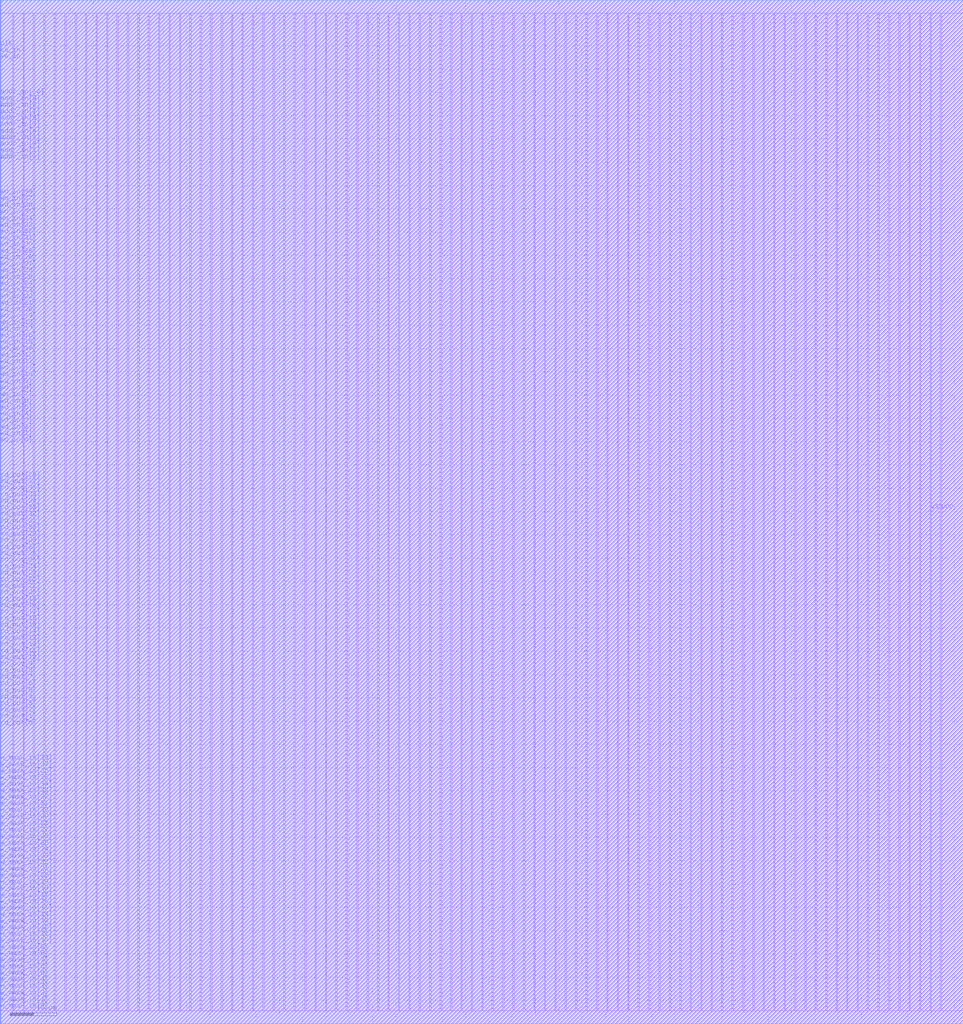
<source format=lef>
VERSION 5.7 ;
BUSBITCHARS "[]" ;
MACRO fakeram45_2048x39_upper
  FOREIGN fakeram45_2048x39_upper 0 0 ;
  SYMMETRY X Y R90 ;
  SIZE 206.910 BY 219.800 ;
  CLASS BLOCK ;
  PIN w_mask_in[0]
    DIRECTION INPUT ;
    USE SIGNAL ;
    SHAPE ABUTMENT ;
    PORT
      LAYER metal18 ;
      RECT 0.000 2.800 0.070 2.870 ;
    END
  END w_mask_in[0]
  PIN w_mask_in[1]
    DIRECTION INPUT ;
    USE SIGNAL ;
    SHAPE ABUTMENT ;
    PORT
      LAYER metal18 ;
      RECT 0.000 4.200 0.070 4.270 ;
    END
  END w_mask_in[1]
  PIN w_mask_in[2]
    DIRECTION INPUT ;
    USE SIGNAL ;
    SHAPE ABUTMENT ;
    PORT
      LAYER metal18 ;
      RECT 0.000 5.600 0.070 5.670 ;
    END
  END w_mask_in[2]
  PIN w_mask_in[3]
    DIRECTION INPUT ;
    USE SIGNAL ;
    SHAPE ABUTMENT ;
    PORT
      LAYER metal18 ;
      RECT 0.000 7.000 0.070 7.070 ;
    END
  END w_mask_in[3]
  PIN w_mask_in[4]
    DIRECTION INPUT ;
    USE SIGNAL ;
    SHAPE ABUTMENT ;
    PORT
      LAYER metal18 ;
      RECT 0.000 8.400 0.070 8.470 ;
    END
  END w_mask_in[4]
  PIN w_mask_in[5]
    DIRECTION INPUT ;
    USE SIGNAL ;
    SHAPE ABUTMENT ;
    PORT
      LAYER metal18 ;
      RECT 0.000 9.800 0.070 9.870 ;
    END
  END w_mask_in[5]
  PIN w_mask_in[6]
    DIRECTION INPUT ;
    USE SIGNAL ;
    SHAPE ABUTMENT ;
    PORT
      LAYER metal18 ;
      RECT 0.000 11.200 0.070 11.270 ;
    END
  END w_mask_in[6]
  PIN w_mask_in[7]
    DIRECTION INPUT ;
    USE SIGNAL ;
    SHAPE ABUTMENT ;
    PORT
      LAYER metal18 ;
      RECT 0.000 12.600 0.070 12.670 ;
    END
  END w_mask_in[7]
  PIN w_mask_in[8]
    DIRECTION INPUT ;
    USE SIGNAL ;
    SHAPE ABUTMENT ;
    PORT
      LAYER metal18 ;
      RECT 0.000 14.000 0.070 14.070 ;
    END
  END w_mask_in[8]
  PIN w_mask_in[9]
    DIRECTION INPUT ;
    USE SIGNAL ;
    SHAPE ABUTMENT ;
    PORT
      LAYER metal18 ;
      RECT 0.000 15.400 0.070 15.470 ;
    END
  END w_mask_in[9]
  PIN w_mask_in[10]
    DIRECTION INPUT ;
    USE SIGNAL ;
    SHAPE ABUTMENT ;
    PORT
      LAYER metal18 ;
      RECT 0.000 16.800 0.070 16.870 ;
    END
  END w_mask_in[10]
  PIN w_mask_in[11]
    DIRECTION INPUT ;
    USE SIGNAL ;
    SHAPE ABUTMENT ;
    PORT
      LAYER metal18 ;
      RECT 0.000 18.200 0.070 18.270 ;
    END
  END w_mask_in[11]
  PIN w_mask_in[12]
    DIRECTION INPUT ;
    USE SIGNAL ;
    SHAPE ABUTMENT ;
    PORT
      LAYER metal18 ;
      RECT 0.000 19.600 0.070 19.670 ;
    END
  END w_mask_in[12]
  PIN w_mask_in[13]
    DIRECTION INPUT ;
    USE SIGNAL ;
    SHAPE ABUTMENT ;
    PORT
      LAYER metal18 ;
      RECT 0.000 21.000 0.070 21.070 ;
    END
  END w_mask_in[13]
  PIN w_mask_in[14]
    DIRECTION INPUT ;
    USE SIGNAL ;
    SHAPE ABUTMENT ;
    PORT
      LAYER metal18 ;
      RECT 0.000 22.400 0.070 22.470 ;
    END
  END w_mask_in[14]
  PIN w_mask_in[15]
    DIRECTION INPUT ;
    USE SIGNAL ;
    SHAPE ABUTMENT ;
    PORT
      LAYER metal18 ;
      RECT 0.000 23.800 0.070 23.870 ;
    END
  END w_mask_in[15]
  PIN w_mask_in[16]
    DIRECTION INPUT ;
    USE SIGNAL ;
    SHAPE ABUTMENT ;
    PORT
      LAYER metal18 ;
      RECT 0.000 25.200 0.070 25.270 ;
    END
  END w_mask_in[16]
  PIN w_mask_in[17]
    DIRECTION INPUT ;
    USE SIGNAL ;
    SHAPE ABUTMENT ;
    PORT
      LAYER metal18 ;
      RECT 0.000 26.600 0.070 26.670 ;
    END
  END w_mask_in[17]
  PIN w_mask_in[18]
    DIRECTION INPUT ;
    USE SIGNAL ;
    SHAPE ABUTMENT ;
    PORT
      LAYER metal18 ;
      RECT 0.000 28.000 0.070 28.070 ;
    END
  END w_mask_in[18]
  PIN w_mask_in[19]
    DIRECTION INPUT ;
    USE SIGNAL ;
    SHAPE ABUTMENT ;
    PORT
      LAYER metal18 ;
      RECT 0.000 29.400 0.070 29.470 ;
    END
  END w_mask_in[19]
  PIN w_mask_in[20]
    DIRECTION INPUT ;
    USE SIGNAL ;
    SHAPE ABUTMENT ;
    PORT
      LAYER metal18 ;
      RECT 0.000 30.800 0.070 30.870 ;
    END
  END w_mask_in[20]
  PIN w_mask_in[21]
    DIRECTION INPUT ;
    USE SIGNAL ;
    SHAPE ABUTMENT ;
    PORT
      LAYER metal18 ;
      RECT 0.000 32.200 0.070 32.270 ;
    END
  END w_mask_in[21]
  PIN w_mask_in[22]
    DIRECTION INPUT ;
    USE SIGNAL ;
    SHAPE ABUTMENT ;
    PORT
      LAYER metal18 ;
      RECT 0.000 33.600 0.070 33.670 ;
    END
  END w_mask_in[22]
  PIN w_mask_in[23]
    DIRECTION INPUT ;
    USE SIGNAL ;
    SHAPE ABUTMENT ;
    PORT
      LAYER metal18 ;
      RECT 0.000 35.000 0.070 35.070 ;
    END
  END w_mask_in[23]
  PIN w_mask_in[24]
    DIRECTION INPUT ;
    USE SIGNAL ;
    SHAPE ABUTMENT ;
    PORT
      LAYER metal18 ;
      RECT 0.000 36.400 0.070 36.470 ;
    END
  END w_mask_in[24]
  PIN w_mask_in[25]
    DIRECTION INPUT ;
    USE SIGNAL ;
    SHAPE ABUTMENT ;
    PORT
      LAYER metal18 ;
      RECT 0.000 37.800 0.070 37.870 ;
    END
  END w_mask_in[25]
  PIN w_mask_in[26]
    DIRECTION INPUT ;
    USE SIGNAL ;
    SHAPE ABUTMENT ;
    PORT
      LAYER metal18 ;
      RECT 0.000 39.200 0.070 39.270 ;
    END
  END w_mask_in[26]
  PIN w_mask_in[27]
    DIRECTION INPUT ;
    USE SIGNAL ;
    SHAPE ABUTMENT ;
    PORT
      LAYER metal18 ;
      RECT 0.000 40.600 0.070 40.670 ;
    END
  END w_mask_in[27]
  PIN w_mask_in[28]
    DIRECTION INPUT ;
    USE SIGNAL ;
    SHAPE ABUTMENT ;
    PORT
      LAYER metal18 ;
      RECT 0.000 42.000 0.070 42.070 ;
    END
  END w_mask_in[28]
  PIN w_mask_in[29]
    DIRECTION INPUT ;
    USE SIGNAL ;
    SHAPE ABUTMENT ;
    PORT
      LAYER metal18 ;
      RECT 0.000 43.400 0.070 43.470 ;
    END
  END w_mask_in[29]
  PIN w_mask_in[30]
    DIRECTION INPUT ;
    USE SIGNAL ;
    SHAPE ABUTMENT ;
    PORT
      LAYER metal18 ;
      RECT 0.000 44.800 0.070 44.870 ;
    END
  END w_mask_in[30]
  PIN w_mask_in[31]
    DIRECTION INPUT ;
    USE SIGNAL ;
    SHAPE ABUTMENT ;
    PORT
      LAYER metal18 ;
      RECT 0.000 46.200 0.070 46.270 ;
    END
  END w_mask_in[31]
  PIN w_mask_in[32]
    DIRECTION INPUT ;
    USE SIGNAL ;
    SHAPE ABUTMENT ;
    PORT
      LAYER metal18 ;
      RECT 0.000 47.600 0.070 47.670 ;
    END
  END w_mask_in[32]
  PIN w_mask_in[33]
    DIRECTION INPUT ;
    USE SIGNAL ;
    SHAPE ABUTMENT ;
    PORT
      LAYER metal18 ;
      RECT 0.000 49.000 0.070 49.070 ;
    END
  END w_mask_in[33]
  PIN w_mask_in[34]
    DIRECTION INPUT ;
    USE SIGNAL ;
    SHAPE ABUTMENT ;
    PORT
      LAYER metal18 ;
      RECT 0.000 50.400 0.070 50.470 ;
    END
  END w_mask_in[34]
  PIN w_mask_in[35]
    DIRECTION INPUT ;
    USE SIGNAL ;
    SHAPE ABUTMENT ;
    PORT
      LAYER metal18 ;
      RECT 0.000 51.800 0.070 51.870 ;
    END
  END w_mask_in[35]
  PIN w_mask_in[36]
    DIRECTION INPUT ;
    USE SIGNAL ;
    SHAPE ABUTMENT ;
    PORT
      LAYER metal18 ;
      RECT 0.000 53.200 0.070 53.270 ;
    END
  END w_mask_in[36]
  PIN w_mask_in[37]
    DIRECTION INPUT ;
    USE SIGNAL ;
    SHAPE ABUTMENT ;
    PORT
      LAYER metal18 ;
      RECT 0.000 54.600 0.070 54.670 ;
    END
  END w_mask_in[37]
  PIN w_mask_in[38]
    DIRECTION INPUT ;
    USE SIGNAL ;
    SHAPE ABUTMENT ;
    PORT
      LAYER metal18 ;
      RECT 0.000 56.000 0.070 56.070 ;
    END
  END w_mask_in[38]
  PIN rd_out[0]
    DIRECTION OUTPUT ;
    USE SIGNAL ;
    SHAPE ABUTMENT ;
    PORT
      LAYER metal18 ;
      RECT 0.000 63.560 0.070 63.630 ;
    END
  END rd_out[0]
  PIN rd_out[1]
    DIRECTION OUTPUT ;
    USE SIGNAL ;
    SHAPE ABUTMENT ;
    PORT
      LAYER metal18 ;
      RECT 0.000 64.960 0.070 65.030 ;
    END
  END rd_out[1]
  PIN rd_out[2]
    DIRECTION OUTPUT ;
    USE SIGNAL ;
    SHAPE ABUTMENT ;
    PORT
      LAYER metal18 ;
      RECT 0.000 66.360 0.070 66.430 ;
    END
  END rd_out[2]
  PIN rd_out[3]
    DIRECTION OUTPUT ;
    USE SIGNAL ;
    SHAPE ABUTMENT ;
    PORT
      LAYER metal18 ;
      RECT 0.000 67.760 0.070 67.830 ;
    END
  END rd_out[3]
  PIN rd_out[4]
    DIRECTION OUTPUT ;
    USE SIGNAL ;
    SHAPE ABUTMENT ;
    PORT
      LAYER metal18 ;
      RECT 0.000 69.160 0.070 69.230 ;
    END
  END rd_out[4]
  PIN rd_out[5]
    DIRECTION OUTPUT ;
    USE SIGNAL ;
    SHAPE ABUTMENT ;
    PORT
      LAYER metal18 ;
      RECT 0.000 70.560 0.070 70.630 ;
    END
  END rd_out[5]
  PIN rd_out[6]
    DIRECTION OUTPUT ;
    USE SIGNAL ;
    SHAPE ABUTMENT ;
    PORT
      LAYER metal18 ;
      RECT 0.000 71.960 0.070 72.030 ;
    END
  END rd_out[6]
  PIN rd_out[7]
    DIRECTION OUTPUT ;
    USE SIGNAL ;
    SHAPE ABUTMENT ;
    PORT
      LAYER metal18 ;
      RECT 0.000 73.360 0.070 73.430 ;
    END
  END rd_out[7]
  PIN rd_out[8]
    DIRECTION OUTPUT ;
    USE SIGNAL ;
    SHAPE ABUTMENT ;
    PORT
      LAYER metal18 ;
      RECT 0.000 74.760 0.070 74.830 ;
    END
  END rd_out[8]
  PIN rd_out[9]
    DIRECTION OUTPUT ;
    USE SIGNAL ;
    SHAPE ABUTMENT ;
    PORT
      LAYER metal18 ;
      RECT 0.000 76.160 0.070 76.230 ;
    END
  END rd_out[9]
  PIN rd_out[10]
    DIRECTION OUTPUT ;
    USE SIGNAL ;
    SHAPE ABUTMENT ;
    PORT
      LAYER metal18 ;
      RECT 0.000 77.560 0.070 77.630 ;
    END
  END rd_out[10]
  PIN rd_out[11]
    DIRECTION OUTPUT ;
    USE SIGNAL ;
    SHAPE ABUTMENT ;
    PORT
      LAYER metal18 ;
      RECT 0.000 78.960 0.070 79.030 ;
    END
  END rd_out[11]
  PIN rd_out[12]
    DIRECTION OUTPUT ;
    USE SIGNAL ;
    SHAPE ABUTMENT ;
    PORT
      LAYER metal18 ;
      RECT 0.000 80.360 0.070 80.430 ;
    END
  END rd_out[12]
  PIN rd_out[13]
    DIRECTION OUTPUT ;
    USE SIGNAL ;
    SHAPE ABUTMENT ;
    PORT
      LAYER metal18 ;
      RECT 0.000 81.760 0.070 81.830 ;
    END
  END rd_out[13]
  PIN rd_out[14]
    DIRECTION OUTPUT ;
    USE SIGNAL ;
    SHAPE ABUTMENT ;
    PORT
      LAYER metal18 ;
      RECT 0.000 83.160 0.070 83.230 ;
    END
  END rd_out[14]
  PIN rd_out[15]
    DIRECTION OUTPUT ;
    USE SIGNAL ;
    SHAPE ABUTMENT ;
    PORT
      LAYER metal18 ;
      RECT 0.000 84.560 0.070 84.630 ;
    END
  END rd_out[15]
  PIN rd_out[16]
    DIRECTION OUTPUT ;
    USE SIGNAL ;
    SHAPE ABUTMENT ;
    PORT
      LAYER metal18 ;
      RECT 0.000 85.960 0.070 86.030 ;
    END
  END rd_out[16]
  PIN rd_out[17]
    DIRECTION OUTPUT ;
    USE SIGNAL ;
    SHAPE ABUTMENT ;
    PORT
      LAYER metal18 ;
      RECT 0.000 87.360 0.070 87.430 ;
    END
  END rd_out[17]
  PIN rd_out[18]
    DIRECTION OUTPUT ;
    USE SIGNAL ;
    SHAPE ABUTMENT ;
    PORT
      LAYER metal18 ;
      RECT 0.000 88.760 0.070 88.830 ;
    END
  END rd_out[18]
  PIN rd_out[19]
    DIRECTION OUTPUT ;
    USE SIGNAL ;
    SHAPE ABUTMENT ;
    PORT
      LAYER metal18 ;
      RECT 0.000 90.160 0.070 90.230 ;
    END
  END rd_out[19]
  PIN rd_out[20]
    DIRECTION OUTPUT ;
    USE SIGNAL ;
    SHAPE ABUTMENT ;
    PORT
      LAYER metal18 ;
      RECT 0.000 91.560 0.070 91.630 ;
    END
  END rd_out[20]
  PIN rd_out[21]
    DIRECTION OUTPUT ;
    USE SIGNAL ;
    SHAPE ABUTMENT ;
    PORT
      LAYER metal18 ;
      RECT 0.000 92.960 0.070 93.030 ;
    END
  END rd_out[21]
  PIN rd_out[22]
    DIRECTION OUTPUT ;
    USE SIGNAL ;
    SHAPE ABUTMENT ;
    PORT
      LAYER metal18 ;
      RECT 0.000 94.360 0.070 94.430 ;
    END
  END rd_out[22]
  PIN rd_out[23]
    DIRECTION OUTPUT ;
    USE SIGNAL ;
    SHAPE ABUTMENT ;
    PORT
      LAYER metal18 ;
      RECT 0.000 95.760 0.070 95.830 ;
    END
  END rd_out[23]
  PIN rd_out[24]
    DIRECTION OUTPUT ;
    USE SIGNAL ;
    SHAPE ABUTMENT ;
    PORT
      LAYER metal18 ;
      RECT 0.000 97.160 0.070 97.230 ;
    END
  END rd_out[24]
  PIN rd_out[25]
    DIRECTION OUTPUT ;
    USE SIGNAL ;
    SHAPE ABUTMENT ;
    PORT
      LAYER metal18 ;
      RECT 0.000 98.560 0.070 98.630 ;
    END
  END rd_out[25]
  PIN rd_out[26]
    DIRECTION OUTPUT ;
    USE SIGNAL ;
    SHAPE ABUTMENT ;
    PORT
      LAYER metal18 ;
      RECT 0.000 99.960 0.070 100.030 ;
    END
  END rd_out[26]
  PIN rd_out[27]
    DIRECTION OUTPUT ;
    USE SIGNAL ;
    SHAPE ABUTMENT ;
    PORT
      LAYER metal18 ;
      RECT 0.000 101.360 0.070 101.430 ;
    END
  END rd_out[27]
  PIN rd_out[28]
    DIRECTION OUTPUT ;
    USE SIGNAL ;
    SHAPE ABUTMENT ;
    PORT
      LAYER metal18 ;
      RECT 0.000 102.760 0.070 102.830 ;
    END
  END rd_out[28]
  PIN rd_out[29]
    DIRECTION OUTPUT ;
    USE SIGNAL ;
    SHAPE ABUTMENT ;
    PORT
      LAYER metal18 ;
      RECT 0.000 104.160 0.070 104.230 ;
    END
  END rd_out[29]
  PIN rd_out[30]
    DIRECTION OUTPUT ;
    USE SIGNAL ;
    SHAPE ABUTMENT ;
    PORT
      LAYER metal18 ;
      RECT 0.000 105.560 0.070 105.630 ;
    END
  END rd_out[30]
  PIN rd_out[31]
    DIRECTION OUTPUT ;
    USE SIGNAL ;
    SHAPE ABUTMENT ;
    PORT
      LAYER metal18 ;
      RECT 0.000 106.960 0.070 107.030 ;
    END
  END rd_out[31]
  PIN rd_out[32]
    DIRECTION OUTPUT ;
    USE SIGNAL ;
    SHAPE ABUTMENT ;
    PORT
      LAYER metal18 ;
      RECT 0.000 108.360 0.070 108.430 ;
    END
  END rd_out[32]
  PIN rd_out[33]
    DIRECTION OUTPUT ;
    USE SIGNAL ;
    SHAPE ABUTMENT ;
    PORT
      LAYER metal18 ;
      RECT 0.000 109.760 0.070 109.830 ;
    END
  END rd_out[33]
  PIN rd_out[34]
    DIRECTION OUTPUT ;
    USE SIGNAL ;
    SHAPE ABUTMENT ;
    PORT
      LAYER metal18 ;
      RECT 0.000 111.160 0.070 111.230 ;
    END
  END rd_out[34]
  PIN rd_out[35]
    DIRECTION OUTPUT ;
    USE SIGNAL ;
    SHAPE ABUTMENT ;
    PORT
      LAYER metal18 ;
      RECT 0.000 112.560 0.070 112.630 ;
    END
  END rd_out[35]
  PIN rd_out[36]
    DIRECTION OUTPUT ;
    USE SIGNAL ;
    SHAPE ABUTMENT ;
    PORT
      LAYER metal18 ;
      RECT 0.000 113.960 0.070 114.030 ;
    END
  END rd_out[36]
  PIN rd_out[37]
    DIRECTION OUTPUT ;
    USE SIGNAL ;
    SHAPE ABUTMENT ;
    PORT
      LAYER metal18 ;
      RECT 0.000 115.360 0.070 115.430 ;
    END
  END rd_out[37]
  PIN rd_out[38]
    DIRECTION OUTPUT ;
    USE SIGNAL ;
    SHAPE ABUTMENT ;
    PORT
      LAYER metal18 ;
      RECT 0.000 116.760 0.070 116.830 ;
    END
  END rd_out[38]
  PIN wd_in[0]
    DIRECTION INPUT ;
    USE SIGNAL ;
    SHAPE ABUTMENT ;
    PORT
      LAYER metal18 ;
      RECT 0.000 124.320 0.070 124.390 ;
    END
  END wd_in[0]
  PIN wd_in[1]
    DIRECTION INPUT ;
    USE SIGNAL ;
    SHAPE ABUTMENT ;
    PORT
      LAYER metal18 ;
      RECT 0.000 125.720 0.070 125.790 ;
    END
  END wd_in[1]
  PIN wd_in[2]
    DIRECTION INPUT ;
    USE SIGNAL ;
    SHAPE ABUTMENT ;
    PORT
      LAYER metal18 ;
      RECT 0.000 127.120 0.070 127.190 ;
    END
  END wd_in[2]
  PIN wd_in[3]
    DIRECTION INPUT ;
    USE SIGNAL ;
    SHAPE ABUTMENT ;
    PORT
      LAYER metal18 ;
      RECT 0.000 128.520 0.070 128.590 ;
    END
  END wd_in[3]
  PIN wd_in[4]
    DIRECTION INPUT ;
    USE SIGNAL ;
    SHAPE ABUTMENT ;
    PORT
      LAYER metal18 ;
      RECT 0.000 129.920 0.070 129.990 ;
    END
  END wd_in[4]
  PIN wd_in[5]
    DIRECTION INPUT ;
    USE SIGNAL ;
    SHAPE ABUTMENT ;
    PORT
      LAYER metal18 ;
      RECT 0.000 131.320 0.070 131.390 ;
    END
  END wd_in[5]
  PIN wd_in[6]
    DIRECTION INPUT ;
    USE SIGNAL ;
    SHAPE ABUTMENT ;
    PORT
      LAYER metal18 ;
      RECT 0.000 132.720 0.070 132.790 ;
    END
  END wd_in[6]
  PIN wd_in[7]
    DIRECTION INPUT ;
    USE SIGNAL ;
    SHAPE ABUTMENT ;
    PORT
      LAYER metal18 ;
      RECT 0.000 134.120 0.070 134.190 ;
    END
  END wd_in[7]
  PIN wd_in[8]
    DIRECTION INPUT ;
    USE SIGNAL ;
    SHAPE ABUTMENT ;
    PORT
      LAYER metal18 ;
      RECT 0.000 135.520 0.070 135.590 ;
    END
  END wd_in[8]
  PIN wd_in[9]
    DIRECTION INPUT ;
    USE SIGNAL ;
    SHAPE ABUTMENT ;
    PORT
      LAYER metal18 ;
      RECT 0.000 136.920 0.070 136.990 ;
    END
  END wd_in[9]
  PIN wd_in[10]
    DIRECTION INPUT ;
    USE SIGNAL ;
    SHAPE ABUTMENT ;
    PORT
      LAYER metal18 ;
      RECT 0.000 138.320 0.070 138.390 ;
    END
  END wd_in[10]
  PIN wd_in[11]
    DIRECTION INPUT ;
    USE SIGNAL ;
    SHAPE ABUTMENT ;
    PORT
      LAYER metal18 ;
      RECT 0.000 139.720 0.070 139.790 ;
    END
  END wd_in[11]
  PIN wd_in[12]
    DIRECTION INPUT ;
    USE SIGNAL ;
    SHAPE ABUTMENT ;
    PORT
      LAYER metal18 ;
      RECT 0.000 141.120 0.070 141.190 ;
    END
  END wd_in[12]
  PIN wd_in[13]
    DIRECTION INPUT ;
    USE SIGNAL ;
    SHAPE ABUTMENT ;
    PORT
      LAYER metal18 ;
      RECT 0.000 142.520 0.070 142.590 ;
    END
  END wd_in[13]
  PIN wd_in[14]
    DIRECTION INPUT ;
    USE SIGNAL ;
    SHAPE ABUTMENT ;
    PORT
      LAYER metal18 ;
      RECT 0.000 143.920 0.070 143.990 ;
    END
  END wd_in[14]
  PIN wd_in[15]
    DIRECTION INPUT ;
    USE SIGNAL ;
    SHAPE ABUTMENT ;
    PORT
      LAYER metal18 ;
      RECT 0.000 145.320 0.070 145.390 ;
    END
  END wd_in[15]
  PIN wd_in[16]
    DIRECTION INPUT ;
    USE SIGNAL ;
    SHAPE ABUTMENT ;
    PORT
      LAYER metal18 ;
      RECT 0.000 146.720 0.070 146.790 ;
    END
  END wd_in[16]
  PIN wd_in[17]
    DIRECTION INPUT ;
    USE SIGNAL ;
    SHAPE ABUTMENT ;
    PORT
      LAYER metal18 ;
      RECT 0.000 148.120 0.070 148.190 ;
    END
  END wd_in[17]
  PIN wd_in[18]
    DIRECTION INPUT ;
    USE SIGNAL ;
    SHAPE ABUTMENT ;
    PORT
      LAYER metal18 ;
      RECT 0.000 149.520 0.070 149.590 ;
    END
  END wd_in[18]
  PIN wd_in[19]
    DIRECTION INPUT ;
    USE SIGNAL ;
    SHAPE ABUTMENT ;
    PORT
      LAYER metal18 ;
      RECT 0.000 150.920 0.070 150.990 ;
    END
  END wd_in[19]
  PIN wd_in[20]
    DIRECTION INPUT ;
    USE SIGNAL ;
    SHAPE ABUTMENT ;
    PORT
      LAYER metal18 ;
      RECT 0.000 152.320 0.070 152.390 ;
    END
  END wd_in[20]
  PIN wd_in[21]
    DIRECTION INPUT ;
    USE SIGNAL ;
    SHAPE ABUTMENT ;
    PORT
      LAYER metal18 ;
      RECT 0.000 153.720 0.070 153.790 ;
    END
  END wd_in[21]
  PIN wd_in[22]
    DIRECTION INPUT ;
    USE SIGNAL ;
    SHAPE ABUTMENT ;
    PORT
      LAYER metal18 ;
      RECT 0.000 155.120 0.070 155.190 ;
    END
  END wd_in[22]
  PIN wd_in[23]
    DIRECTION INPUT ;
    USE SIGNAL ;
    SHAPE ABUTMENT ;
    PORT
      LAYER metal18 ;
      RECT 0.000 156.520 0.070 156.590 ;
    END
  END wd_in[23]
  PIN wd_in[24]
    DIRECTION INPUT ;
    USE SIGNAL ;
    SHAPE ABUTMENT ;
    PORT
      LAYER metal18 ;
      RECT 0.000 157.920 0.070 157.990 ;
    END
  END wd_in[24]
  PIN wd_in[25]
    DIRECTION INPUT ;
    USE SIGNAL ;
    SHAPE ABUTMENT ;
    PORT
      LAYER metal18 ;
      RECT 0.000 159.320 0.070 159.390 ;
    END
  END wd_in[25]
  PIN wd_in[26]
    DIRECTION INPUT ;
    USE SIGNAL ;
    SHAPE ABUTMENT ;
    PORT
      LAYER metal18 ;
      RECT 0.000 160.720 0.070 160.790 ;
    END
  END wd_in[26]
  PIN wd_in[27]
    DIRECTION INPUT ;
    USE SIGNAL ;
    SHAPE ABUTMENT ;
    PORT
      LAYER metal18 ;
      RECT 0.000 162.120 0.070 162.190 ;
    END
  END wd_in[27]
  PIN wd_in[28]
    DIRECTION INPUT ;
    USE SIGNAL ;
    SHAPE ABUTMENT ;
    PORT
      LAYER metal18 ;
      RECT 0.000 163.520 0.070 163.590 ;
    END
  END wd_in[28]
  PIN wd_in[29]
    DIRECTION INPUT ;
    USE SIGNAL ;
    SHAPE ABUTMENT ;
    PORT
      LAYER metal18 ;
      RECT 0.000 164.920 0.070 164.990 ;
    END
  END wd_in[29]
  PIN wd_in[30]
    DIRECTION INPUT ;
    USE SIGNAL ;
    SHAPE ABUTMENT ;
    PORT
      LAYER metal18 ;
      RECT 0.000 166.320 0.070 166.390 ;
    END
  END wd_in[30]
  PIN wd_in[31]
    DIRECTION INPUT ;
    USE SIGNAL ;
    SHAPE ABUTMENT ;
    PORT
      LAYER metal18 ;
      RECT 0.000 167.720 0.070 167.790 ;
    END
  END wd_in[31]
  PIN wd_in[32]
    DIRECTION INPUT ;
    USE SIGNAL ;
    SHAPE ABUTMENT ;
    PORT
      LAYER metal18 ;
      RECT 0.000 169.120 0.070 169.190 ;
    END
  END wd_in[32]
  PIN wd_in[33]
    DIRECTION INPUT ;
    USE SIGNAL ;
    SHAPE ABUTMENT ;
    PORT
      LAYER metal18 ;
      RECT 0.000 170.520 0.070 170.590 ;
    END
  END wd_in[33]
  PIN wd_in[34]
    DIRECTION INPUT ;
    USE SIGNAL ;
    SHAPE ABUTMENT ;
    PORT
      LAYER metal18 ;
      RECT 0.000 171.920 0.070 171.990 ;
    END
  END wd_in[34]
  PIN wd_in[35]
    DIRECTION INPUT ;
    USE SIGNAL ;
    SHAPE ABUTMENT ;
    PORT
      LAYER metal18 ;
      RECT 0.000 173.320 0.070 173.390 ;
    END
  END wd_in[35]
  PIN wd_in[36]
    DIRECTION INPUT ;
    USE SIGNAL ;
    SHAPE ABUTMENT ;
    PORT
      LAYER metal18 ;
      RECT 0.000 174.720 0.070 174.790 ;
    END
  END wd_in[36]
  PIN wd_in[37]
    DIRECTION INPUT ;
    USE SIGNAL ;
    SHAPE ABUTMENT ;
    PORT
      LAYER metal18 ;
      RECT 0.000 176.120 0.070 176.190 ;
    END
  END wd_in[37]
  PIN wd_in[38]
    DIRECTION INPUT ;
    USE SIGNAL ;
    SHAPE ABUTMENT ;
    PORT
      LAYER metal18 ;
      RECT 0.000 177.520 0.070 177.590 ;
    END
  END wd_in[38]
  PIN addr_in[0]
    DIRECTION INPUT ;
    USE SIGNAL ;
    SHAPE ABUTMENT ;
    PORT
      LAYER metal18 ;
      RECT 0.000 185.080 0.070 185.150 ;
    END
  END addr_in[0]
  PIN addr_in[1]
    DIRECTION INPUT ;
    USE SIGNAL ;
    SHAPE ABUTMENT ;
    PORT
      LAYER metal18 ;
      RECT 0.000 186.480 0.070 186.550 ;
    END
  END addr_in[1]
  PIN addr_in[2]
    DIRECTION INPUT ;
    USE SIGNAL ;
    SHAPE ABUTMENT ;
    PORT
      LAYER metal18 ;
      RECT 0.000 187.880 0.070 187.950 ;
    END
  END addr_in[2]
  PIN addr_in[3]
    DIRECTION INPUT ;
    USE SIGNAL ;
    SHAPE ABUTMENT ;
    PORT
      LAYER metal18 ;
      RECT 0.000 189.280 0.070 189.350 ;
    END
  END addr_in[3]
  PIN addr_in[4]
    DIRECTION INPUT ;
    USE SIGNAL ;
    SHAPE ABUTMENT ;
    PORT
      LAYER metal18 ;
      RECT 0.000 190.680 0.070 190.750 ;
    END
  END addr_in[4]
  PIN addr_in[5]
    DIRECTION INPUT ;
    USE SIGNAL ;
    SHAPE ABUTMENT ;
    PORT
      LAYER metal18 ;
      RECT 0.000 192.080 0.070 192.150 ;
    END
  END addr_in[5]
  PIN addr_in[6]
    DIRECTION INPUT ;
    USE SIGNAL ;
    SHAPE ABUTMENT ;
    PORT
      LAYER metal18 ;
      RECT 0.000 193.480 0.070 193.550 ;
    END
  END addr_in[6]
  PIN addr_in[7]
    DIRECTION INPUT ;
    USE SIGNAL ;
    SHAPE ABUTMENT ;
    PORT
      LAYER metal18 ;
      RECT 0.000 194.880 0.070 194.950 ;
    END
  END addr_in[7]
  PIN addr_in[8]
    DIRECTION INPUT ;
    USE SIGNAL ;
    SHAPE ABUTMENT ;
    PORT
      LAYER metal18 ;
      RECT 0.000 196.280 0.070 196.350 ;
    END
  END addr_in[8]
  PIN addr_in[9]
    DIRECTION INPUT ;
    USE SIGNAL ;
    SHAPE ABUTMENT ;
    PORT
      LAYER metal18 ;
      RECT 0.000 197.680 0.070 197.750 ;
    END
  END addr_in[9]
  PIN addr_in[10]
    DIRECTION INPUT ;
    USE SIGNAL ;
    SHAPE ABUTMENT ;
    PORT
      LAYER metal18 ;
      RECT 0.000 199.080 0.070 199.150 ;
    END
  END addr_in[10]
  PIN we_in
    DIRECTION INPUT ;
    USE SIGNAL ;
    SHAPE ABUTMENT ;
    PORT
      LAYER metal18 ;
      RECT 0.000 206.640 0.070 206.710 ;
    END
  END we_in
  PIN ce_in
    DIRECTION INPUT ;
    USE SIGNAL ;
    SHAPE ABUTMENT ;
    PORT
      LAYER metal18 ;
      RECT 0.000 208.040 0.070 208.110 ;
    END
  END ce_in
  PIN clk
    DIRECTION INPUT ;
    USE SIGNAL ;
    SHAPE ABUTMENT ;
    PORT
      LAYER metal18 ;
      RECT 0.000 209.440 0.070 209.510 ;
    END
  END clk
  PIN VSS
    DIRECTION INOUT ;
    USE GROUND ;
    PORT
      LAYER metal17 ;
      RECT 2.660 2.800 2.940 217.000 ;
      RECT 7.140 2.800 7.420 217.000 ;
      RECT 11.620 2.800 11.900 217.000 ;
      RECT 16.100 2.800 16.380 217.000 ;
      RECT 20.580 2.800 20.860 217.000 ;
      RECT 25.060 2.800 25.340 217.000 ;
      RECT 29.540 2.800 29.820 217.000 ;
      RECT 34.020 2.800 34.300 217.000 ;
      RECT 38.500 2.800 38.780 217.000 ;
      RECT 42.980 2.800 43.260 217.000 ;
      RECT 47.460 2.800 47.740 217.000 ;
      RECT 51.940 2.800 52.220 217.000 ;
      RECT 56.420 2.800 56.700 217.000 ;
      RECT 60.900 2.800 61.180 217.000 ;
      RECT 65.380 2.800 65.660 217.000 ;
      RECT 69.860 2.800 70.140 217.000 ;
      RECT 74.340 2.800 74.620 217.000 ;
      RECT 78.820 2.800 79.100 217.000 ;
      RECT 83.300 2.800 83.580 217.000 ;
      RECT 87.780 2.800 88.060 217.000 ;
      RECT 92.260 2.800 92.540 217.000 ;
      RECT 96.740 2.800 97.020 217.000 ;
      RECT 101.220 2.800 101.500 217.000 ;
      RECT 105.700 2.800 105.980 217.000 ;
      RECT 110.180 2.800 110.460 217.000 ;
      RECT 114.660 2.800 114.940 217.000 ;
      RECT 119.140 2.800 119.420 217.000 ;
      RECT 123.620 2.800 123.900 217.000 ;
      RECT 128.100 2.800 128.380 217.000 ;
      RECT 132.580 2.800 132.860 217.000 ;
      RECT 137.060 2.800 137.340 217.000 ;
      RECT 141.540 2.800 141.820 217.000 ;
      RECT 146.020 2.800 146.300 217.000 ;
      RECT 150.500 2.800 150.780 217.000 ;
      RECT 154.980 2.800 155.260 217.000 ;
      RECT 159.460 2.800 159.740 217.000 ;
      RECT 163.940 2.800 164.220 217.000 ;
      RECT 168.420 2.800 168.700 217.000 ;
      RECT 172.900 2.800 173.180 217.000 ;
      RECT 177.380 2.800 177.660 217.000 ;
      RECT 181.860 2.800 182.140 217.000 ;
      RECT 186.340 2.800 186.620 217.000 ;
      RECT 190.820 2.800 191.100 217.000 ;
      RECT 195.300 2.800 195.580 217.000 ;
      RECT 199.780 2.800 200.060 217.000 ;
    END
  END VSS
  PIN VDD
    DIRECTION INOUT ;
    USE POWER ;
    PORT
      LAYER metal17 ;
      RECT 4.900 2.800 5.180 217.000 ;
      RECT 9.380 2.800 9.660 217.000 ;
      RECT 13.860 2.800 14.140 217.000 ;
      RECT 18.340 2.800 18.620 217.000 ;
      RECT 22.820 2.800 23.100 217.000 ;
      RECT 27.300 2.800 27.580 217.000 ;
      RECT 31.780 2.800 32.060 217.000 ;
      RECT 36.260 2.800 36.540 217.000 ;
      RECT 40.740 2.800 41.020 217.000 ;
      RECT 45.220 2.800 45.500 217.000 ;
      RECT 49.700 2.800 49.980 217.000 ;
      RECT 54.180 2.800 54.460 217.000 ;
      RECT 58.660 2.800 58.940 217.000 ;
      RECT 63.140 2.800 63.420 217.000 ;
      RECT 67.620 2.800 67.900 217.000 ;
      RECT 72.100 2.800 72.380 217.000 ;
      RECT 76.580 2.800 76.860 217.000 ;
      RECT 81.060 2.800 81.340 217.000 ;
      RECT 85.540 2.800 85.820 217.000 ;
      RECT 90.020 2.800 90.300 217.000 ;
      RECT 94.500 2.800 94.780 217.000 ;
      RECT 98.980 2.800 99.260 217.000 ;
      RECT 103.460 2.800 103.740 217.000 ;
      RECT 107.940 2.800 108.220 217.000 ;
      RECT 112.420 2.800 112.700 217.000 ;
      RECT 116.900 2.800 117.180 217.000 ;
      RECT 121.380 2.800 121.660 217.000 ;
      RECT 125.860 2.800 126.140 217.000 ;
      RECT 130.340 2.800 130.620 217.000 ;
      RECT 134.820 2.800 135.100 217.000 ;
      RECT 139.300 2.800 139.580 217.000 ;
      RECT 143.780 2.800 144.060 217.000 ;
      RECT 148.260 2.800 148.540 217.000 ;
      RECT 152.740 2.800 153.020 217.000 ;
      RECT 157.220 2.800 157.500 217.000 ;
      RECT 161.700 2.800 161.980 217.000 ;
      RECT 166.180 2.800 166.460 217.000 ;
      RECT 170.660 2.800 170.940 217.000 ;
      RECT 175.140 2.800 175.420 217.000 ;
      RECT 179.620 2.800 179.900 217.000 ;
      RECT 184.100 2.800 184.380 217.000 ;
      RECT 188.580 2.800 188.860 217.000 ;
      RECT 193.060 2.800 193.340 217.000 ;
      RECT 197.540 2.800 197.820 217.000 ;
      RECT 202.020 2.800 202.300 217.000 ;
    END
  END VDD
  OBS
    LAYER metal20 ;
    RECT 0 0 206.910 219.800 ;
    LAYER metal19 ;
    RECT 0 0 206.910 219.800 ;
    LAYER metal18 ;
    RECT 0.070 0 206.910 219.800 ;
    RECT 0 0.000 0.070 2.800 ;
    RECT 0 2.870 0.070 4.200 ;
    RECT 0 4.270 0.070 5.600 ;
    RECT 0 5.670 0.070 7.000 ;
    RECT 0 7.070 0.070 8.400 ;
    RECT 0 8.470 0.070 9.800 ;
    RECT 0 9.870 0.070 11.200 ;
    RECT 0 11.270 0.070 12.600 ;
    RECT 0 12.670 0.070 14.000 ;
    RECT 0 14.070 0.070 15.400 ;
    RECT 0 15.470 0.070 16.800 ;
    RECT 0 16.870 0.070 18.200 ;
    RECT 0 18.270 0.070 19.600 ;
    RECT 0 19.670 0.070 21.000 ;
    RECT 0 21.070 0.070 22.400 ;
    RECT 0 22.470 0.070 23.800 ;
    RECT 0 23.870 0.070 25.200 ;
    RECT 0 25.270 0.070 26.600 ;
    RECT 0 26.670 0.070 28.000 ;
    RECT 0 28.070 0.070 29.400 ;
    RECT 0 29.470 0.070 30.800 ;
    RECT 0 30.870 0.070 32.200 ;
    RECT 0 32.270 0.070 33.600 ;
    RECT 0 33.670 0.070 35.000 ;
    RECT 0 35.070 0.070 36.400 ;
    RECT 0 36.470 0.070 37.800 ;
    RECT 0 37.870 0.070 39.200 ;
    RECT 0 39.270 0.070 40.600 ;
    RECT 0 40.670 0.070 42.000 ;
    RECT 0 42.070 0.070 43.400 ;
    RECT 0 43.470 0.070 44.800 ;
    RECT 0 44.870 0.070 46.200 ;
    RECT 0 46.270 0.070 47.600 ;
    RECT 0 47.670 0.070 49.000 ;
    RECT 0 49.070 0.070 50.400 ;
    RECT 0 50.470 0.070 51.800 ;
    RECT 0 51.870 0.070 53.200 ;
    RECT 0 53.270 0.070 54.600 ;
    RECT 0 54.670 0.070 56.000 ;
    RECT 0 56.070 0.070 63.560 ;
    RECT 0 63.630 0.070 64.960 ;
    RECT 0 65.030 0.070 66.360 ;
    RECT 0 66.430 0.070 67.760 ;
    RECT 0 67.830 0.070 69.160 ;
    RECT 0 69.230 0.070 70.560 ;
    RECT 0 70.630 0.070 71.960 ;
    RECT 0 72.030 0.070 73.360 ;
    RECT 0 73.430 0.070 74.760 ;
    RECT 0 74.830 0.070 76.160 ;
    RECT 0 76.230 0.070 77.560 ;
    RECT 0 77.630 0.070 78.960 ;
    RECT 0 79.030 0.070 80.360 ;
    RECT 0 80.430 0.070 81.760 ;
    RECT 0 81.830 0.070 83.160 ;
    RECT 0 83.230 0.070 84.560 ;
    RECT 0 84.630 0.070 85.960 ;
    RECT 0 86.030 0.070 87.360 ;
    RECT 0 87.430 0.070 88.760 ;
    RECT 0 88.830 0.070 90.160 ;
    RECT 0 90.230 0.070 91.560 ;
    RECT 0 91.630 0.070 92.960 ;
    RECT 0 93.030 0.070 94.360 ;
    RECT 0 94.430 0.070 95.760 ;
    RECT 0 95.830 0.070 97.160 ;
    RECT 0 97.230 0.070 98.560 ;
    RECT 0 98.630 0.070 99.960 ;
    RECT 0 100.030 0.070 101.360 ;
    RECT 0 101.430 0.070 102.760 ;
    RECT 0 102.830 0.070 104.160 ;
    RECT 0 104.230 0.070 105.560 ;
    RECT 0 105.630 0.070 106.960 ;
    RECT 0 107.030 0.070 108.360 ;
    RECT 0 108.430 0.070 109.760 ;
    RECT 0 109.830 0.070 111.160 ;
    RECT 0 111.230 0.070 112.560 ;
    RECT 0 112.630 0.070 113.960 ;
    RECT 0 114.030 0.070 115.360 ;
    RECT 0 115.430 0.070 116.760 ;
    RECT 0 116.830 0.070 124.320 ;
    RECT 0 124.390 0.070 125.720 ;
    RECT 0 125.790 0.070 127.120 ;
    RECT 0 127.190 0.070 128.520 ;
    RECT 0 128.590 0.070 129.920 ;
    RECT 0 129.990 0.070 131.320 ;
    RECT 0 131.390 0.070 132.720 ;
    RECT 0 132.790 0.070 134.120 ;
    RECT 0 134.190 0.070 135.520 ;
    RECT 0 135.590 0.070 136.920 ;
    RECT 0 136.990 0.070 138.320 ;
    RECT 0 138.390 0.070 139.720 ;
    RECT 0 139.790 0.070 141.120 ;
    RECT 0 141.190 0.070 142.520 ;
    RECT 0 142.590 0.070 143.920 ;
    RECT 0 143.990 0.070 145.320 ;
    RECT 0 145.390 0.070 146.720 ;
    RECT 0 146.790 0.070 148.120 ;
    RECT 0 148.190 0.070 149.520 ;
    RECT 0 149.590 0.070 150.920 ;
    RECT 0 150.990 0.070 152.320 ;
    RECT 0 152.390 0.070 153.720 ;
    RECT 0 153.790 0.070 155.120 ;
    RECT 0 155.190 0.070 156.520 ;
    RECT 0 156.590 0.070 157.920 ;
    RECT 0 157.990 0.070 159.320 ;
    RECT 0 159.390 0.070 160.720 ;
    RECT 0 160.790 0.070 162.120 ;
    RECT 0 162.190 0.070 163.520 ;
    RECT 0 163.590 0.070 164.920 ;
    RECT 0 164.990 0.070 166.320 ;
    RECT 0 166.390 0.070 167.720 ;
    RECT 0 167.790 0.070 169.120 ;
    RECT 0 169.190 0.070 170.520 ;
    RECT 0 170.590 0.070 171.920 ;
    RECT 0 171.990 0.070 173.320 ;
    RECT 0 173.390 0.070 174.720 ;
    RECT 0 174.790 0.070 176.120 ;
    RECT 0 176.190 0.070 177.520 ;
    RECT 0 177.590 0.070 185.080 ;
    RECT 0 185.150 0.070 186.480 ;
    RECT 0 186.550 0.070 187.880 ;
    RECT 0 187.950 0.070 189.280 ;
    RECT 0 189.350 0.070 190.680 ;
    RECT 0 190.750 0.070 192.080 ;
    RECT 0 192.150 0.070 193.480 ;
    RECT 0 193.550 0.070 194.880 ;
    RECT 0 194.950 0.070 196.280 ;
    RECT 0 196.350 0.070 197.680 ;
    RECT 0 197.750 0.070 199.080 ;
    RECT 0 199.150 0.070 206.640 ;
    RECT 0 206.710 0.070 208.040 ;
    RECT 0 208.110 0.070 209.440 ;
    RECT 0 209.510 0.070 219.800 ;
    LAYER metal17 ;
    RECT 0 0 206.910 2.800 ;
    RECT 0 217.000 206.910 219.800 ;
    RECT 0.000 2.800 2.660 217.000 ;
    RECT 2.940 2.800 4.900 217.000 ;
    RECT 5.180 2.800 7.140 217.000 ;
    RECT 7.420 2.800 9.380 217.000 ;
    RECT 9.660 2.800 11.620 217.000 ;
    RECT 11.900 2.800 13.860 217.000 ;
    RECT 14.140 2.800 16.100 217.000 ;
    RECT 16.380 2.800 18.340 217.000 ;
    RECT 18.620 2.800 20.580 217.000 ;
    RECT 20.860 2.800 22.820 217.000 ;
    RECT 23.100 2.800 25.060 217.000 ;
    RECT 25.340 2.800 27.300 217.000 ;
    RECT 27.580 2.800 29.540 217.000 ;
    RECT 29.820 2.800 31.780 217.000 ;
    RECT 32.060 2.800 34.020 217.000 ;
    RECT 34.300 2.800 36.260 217.000 ;
    RECT 36.540 2.800 38.500 217.000 ;
    RECT 38.780 2.800 40.740 217.000 ;
    RECT 41.020 2.800 42.980 217.000 ;
    RECT 43.260 2.800 45.220 217.000 ;
    RECT 45.500 2.800 47.460 217.000 ;
    RECT 47.740 2.800 49.700 217.000 ;
    RECT 49.980 2.800 51.940 217.000 ;
    RECT 52.220 2.800 54.180 217.000 ;
    RECT 54.460 2.800 56.420 217.000 ;
    RECT 56.700 2.800 58.660 217.000 ;
    RECT 58.940 2.800 60.900 217.000 ;
    RECT 61.180 2.800 63.140 217.000 ;
    RECT 63.420 2.800 65.380 217.000 ;
    RECT 65.660 2.800 67.620 217.000 ;
    RECT 67.900 2.800 69.860 217.000 ;
    RECT 70.140 2.800 72.100 217.000 ;
    RECT 72.380 2.800 74.340 217.000 ;
    RECT 74.620 2.800 76.580 217.000 ;
    RECT 76.860 2.800 78.820 217.000 ;
    RECT 79.100 2.800 81.060 217.000 ;
    RECT 81.340 2.800 83.300 217.000 ;
    RECT 83.580 2.800 85.540 217.000 ;
    RECT 85.820 2.800 87.780 217.000 ;
    RECT 88.060 2.800 90.020 217.000 ;
    RECT 90.300 2.800 92.260 217.000 ;
    RECT 92.540 2.800 94.500 217.000 ;
    RECT 94.780 2.800 96.740 217.000 ;
    RECT 97.020 2.800 98.980 217.000 ;
    RECT 99.260 2.800 101.220 217.000 ;
    RECT 101.500 2.800 103.460 217.000 ;
    RECT 103.740 2.800 105.700 217.000 ;
    RECT 105.980 2.800 107.940 217.000 ;
    RECT 108.220 2.800 110.180 217.000 ;
    RECT 110.460 2.800 112.420 217.000 ;
    RECT 112.700 2.800 114.660 217.000 ;
    RECT 114.940 2.800 116.900 217.000 ;
    RECT 117.180 2.800 119.140 217.000 ;
    RECT 119.420 2.800 121.380 217.000 ;
    RECT 121.660 2.800 123.620 217.000 ;
    RECT 123.900 2.800 125.860 217.000 ;
    RECT 126.140 2.800 128.100 217.000 ;
    RECT 128.380 2.800 130.340 217.000 ;
    RECT 130.620 2.800 132.580 217.000 ;
    RECT 132.860 2.800 134.820 217.000 ;
    RECT 135.100 2.800 137.060 217.000 ;
    RECT 137.340 2.800 139.300 217.000 ;
    RECT 139.580 2.800 141.540 217.000 ;
    RECT 141.820 2.800 143.780 217.000 ;
    RECT 144.060 2.800 146.020 217.000 ;
    RECT 146.300 2.800 148.260 217.000 ;
    RECT 148.540 2.800 150.500 217.000 ;
    RECT 150.780 2.800 152.740 217.000 ;
    RECT 153.020 2.800 154.980 217.000 ;
    RECT 155.260 2.800 157.220 217.000 ;
    RECT 157.500 2.800 159.460 217.000 ;
    RECT 159.740 2.800 161.700 217.000 ;
    RECT 161.980 2.800 163.940 217.000 ;
    RECT 164.220 2.800 166.180 217.000 ;
    RECT 166.460 2.800 168.420 217.000 ;
    RECT 168.700 2.800 170.660 217.000 ;
    RECT 170.940 2.800 172.900 217.000 ;
    RECT 173.180 2.800 175.140 217.000 ;
    RECT 175.420 2.800 177.380 217.000 ;
    RECT 177.660 2.800 179.620 217.000 ;
    RECT 179.900 2.800 181.860 217.000 ;
    RECT 182.140 2.800 184.100 217.000 ;
    RECT 184.380 2.800 186.340 217.000 ;
    RECT 186.620 2.800 188.580 217.000 ;
    RECT 188.860 2.800 190.820 217.000 ;
    RECT 191.100 2.800 193.060 217.000 ;
    RECT 193.340 2.800 195.300 217.000 ;
    RECT 195.580 2.800 197.540 217.000 ;
    RECT 197.820 2.800 199.780 217.000 ;
    RECT 200.060 2.800 202.020 217.000 ;
    RECT 202.300 2.800 206.910 217.000 ;
  END
END fakeram45_2048x39_upper

END LIBRARY

</source>
